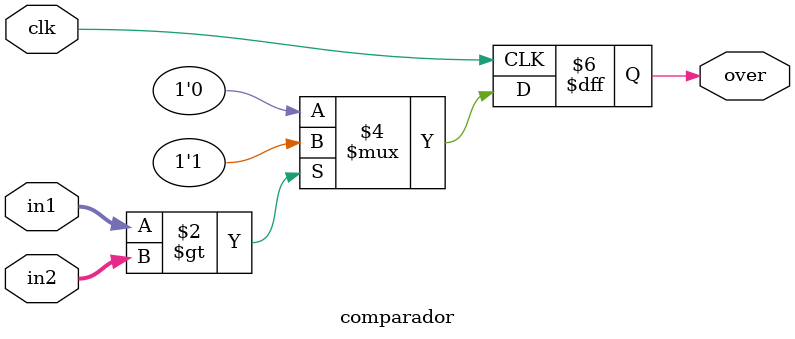
<source format=v>
`timescale 1ns / 1ps

module comparador(

input clk,
input [7:0] in1,
input [7:0] in2,
output reg over
    );
    
always @(posedge clk)
      if (in1 > in2)
         over <= 1'b1;
      else
         over <= 1'b0;    
endmodule


</source>
